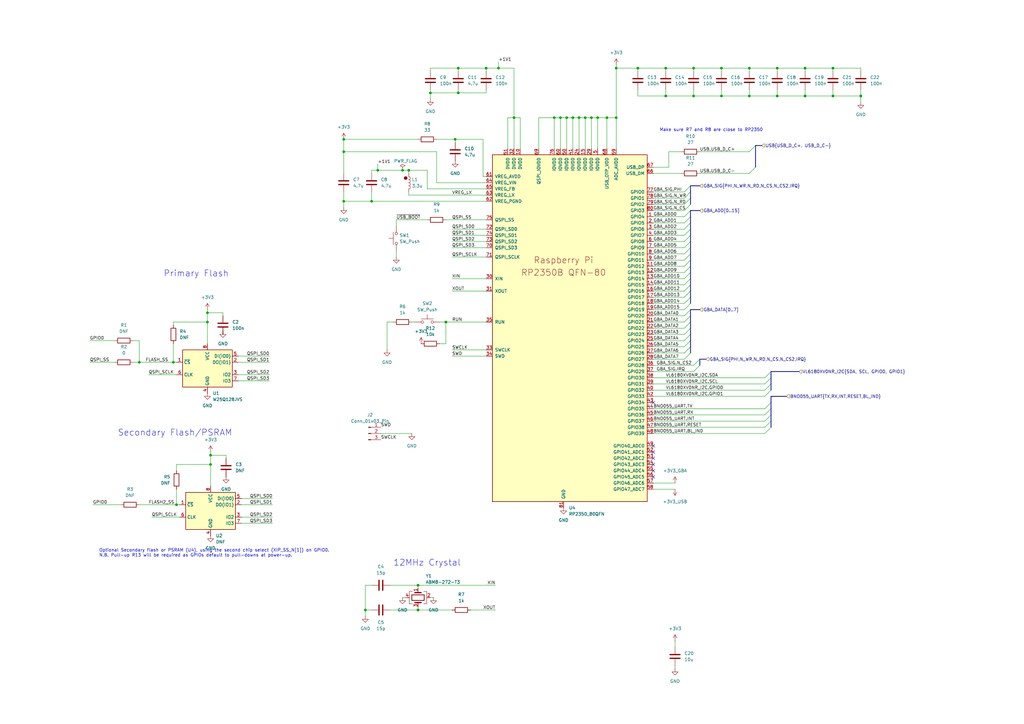
<source format=kicad_sch>
(kicad_sch (version 20250114) (generator "eeschema") (generator_version "9.0")
  (paper "A3")
  (circle (center 166.37 73.025) (radius 0.635) (stroke (width 0) (color 132 0 0 1)) (fill (type color) (color 132 0 0 1)))
  (text "Make sure R7 and R8 are close to RP2350\n" (at 270.51 54.102 0) (effects (font (size 1.27 1.27)) (justify left bottom)))
  (text "Primary Flash" (at 67.056 113.792 0) (effects (font (size 2.54 2.54)) (justify left bottom)))
  (text "12MHz Crystal" (at 161.29 232.41 0) (effects (font (size 2.54 2.54)) (justify left bottom)))
  (text "Secondary Flash/PSRAM" (at 48.26 179.07 0) (effects (font (size 2.54 2.54)) (justify left bottom)))
  (text "Optional Secondary flash or PSRAM (U4), using the second chip select (XIP_SS_N[1]) on GPIO0.\nN.B. Pull-up R13 will be required as GPIOs default to pull-downs at power-up." (at 40.64 228.6 0) (effects (font (size 1.27 1.27)) (justify left bottom)))
  (junction (at 237.49 48.26))
  (junction (at 318.77 27.94))
  (junction (at 295.91 39.37))
  (junction (at 330.2 27.94))
  (junction (at 199.39 27.94))
  (junction (at 86.36 190.5))
  (junction (at 176.53 38.1))
  (junction (at 140.97 57.15))
  (junction (at 140.97 82.55))
  (junction (at 227.33 48.26))
  (junction (at 353.06 39.37))
  (junction (at 341.63 27.94))
  (junction (at 252.73 27.94))
  (junction (at 252.73 48.26))
  (junction (at 152.4 82.55))
  (junction (at 171.45 250.19))
  (junction (at 85.09 132.08))
  (junction (at 273.05 27.94))
  (junction (at 307.34 39.37))
  (junction (at 284.48 39.37))
  (junction (at 240.03 48.26))
  (junction (at 242.57 48.26))
  (junction (at 186.69 57.15))
  (junction (at 273.05 39.37))
  (junction (at 182.88 132.08))
  (junction (at 248.92 48.26))
  (junction (at 204.47 27.94))
  (junction (at 154.94 69.85))
  (junction (at 307.34 27.94))
  (junction (at 187.96 38.1))
  (junction (at 187.96 27.94))
  (junction (at 245.11 48.26))
  (junction (at 341.63 39.37))
  (junction (at 210.82 48.26))
  (junction (at 284.48 27.94))
  (junction (at 85.09 128.27))
  (junction (at 232.41 48.26))
  (junction (at 86.36 186.69))
  (junction (at 167.64 69.85))
  (junction (at 261.62 27.94))
  (junction (at 71.12 148.59))
  (junction (at 72.39 207.01))
  (junction (at 229.87 48.26))
  (junction (at 295.91 27.94))
  (junction (at 165.1 69.85))
  (junction (at 234.95 48.26))
  (junction (at 149.86 250.19))
  (junction (at 171.45 240.03))
  (junction (at 140.97 62.23))
  (junction (at 57.15 148.59))
  (junction (at 318.77 39.37))
  (junction (at 330.2 39.37))
  (no_connect (at 267.97 185.42))
  (no_connect (at 267.97 195.58))
  (no_connect (at 267.97 190.5))
  (no_connect (at 267.97 187.96))
  (no_connect (at 267.97 182.88))
  (no_connect (at 267.97 165.1))
  (no_connect (at 267.97 193.04))
  (bus_entry (at 316.23 172.72) (size -2.54 2.54))
  (bus_entry (at 283.21 99.06) (size -2.54 2.54))
  (bus_entry (at 283.21 139.7) (size -2.54 2.54))
  (bus_entry (at 287.02 149.86) (size -2.54 2.54))
  (bus_entry (at 283.21 114.3) (size -2.54 2.54))
  (bus_entry (at 316.23 160.02) (size -2.54 2.54))
  (bus_entry (at 283.21 88.9) (size -2.54 2.54))
  (bus_entry (at 283.21 124.46) (size -2.54 2.54))
  (bus_entry (at 316.23 157.48) (size -2.54 2.54))
  (bus_entry (at 316.23 165.1) (size -2.54 2.54))
  (bus_entry (at 316.23 152.4) (size -2.54 2.54))
  (bus_entry (at 283.21 137.16) (size -2.54 2.54))
  (bus_entry (at 283.21 83.82) (size -2.54 2.54))
  (bus_entry (at 287.02 147.32) (size -2.54 2.54))
  (bus_entry (at 283.21 93.98) (size -2.54 2.54))
  (bus_entry (at 283.21 81.28) (size -2.54 2.54))
  (bus_entry (at 283.21 111.76) (size -2.54 2.54))
  (bus_entry (at 283.21 142.24) (size -2.54 2.54))
  (bus_entry (at 283.21 132.08) (size -2.54 2.54))
  (bus_entry (at 283.21 119.38) (size -2.54 2.54))
  (bus_entry (at 283.21 96.52) (size -2.54 2.54))
  (bus_entry (at 283.21 134.62) (size -2.54 2.54))
  (bus_entry (at 283.21 121.92) (size -2.54 2.54))
  (bus_entry (at 283.21 78.74) (size -2.54 2.54))
  (bus_entry (at 283.21 116.84) (size -2.54 2.54))
  (bus_entry (at 283.21 127) (size -2.54 2.54))
  (bus_entry (at 283.21 76.2) (size -2.54 2.54))
  (bus_entry (at 283.21 109.22) (size -2.54 2.54))
  (bus_entry (at 283.21 106.68) (size -2.54 2.54))
  (bus_entry (at 316.23 154.94) (size -2.54 2.54))
  (bus_entry (at 309.88 59.69) (size -2.54 2.54))
  (bus_entry (at 316.23 167.64) (size -2.54 2.54))
  (bus_entry (at 309.88 68.58) (size -2.54 2.54))
  (bus_entry (at 283.21 144.78) (size -2.54 2.54))
  (bus_entry (at 283.21 86.36) (size -2.54 2.54))
  (bus_entry (at 283.21 104.14) (size -2.54 2.54))
  (bus_entry (at 283.21 101.6) (size -2.54 2.54))
  (bus_entry (at 316.23 170.18) (size -2.54 2.54))
  (bus_entry (at 316.23 175.26) (size -2.54 2.54))
  (bus_entry (at 283.21 91.44) (size -2.54 2.54))
  (bus_entry (at 283.21 129.54) (size -2.54 2.54))
  (wire (pts (xy 152.4 69.85) (xy 152.4 71.12)))
  (wire (pts (xy 198.12 57.15) (xy 186.69 57.15)))
  (bus (pts (xy 283.21 86.36) (xy 283.21 88.9)))
  (wire (pts (xy 171.45 250.19) (xy 185.42 250.19)))
  (wire (pts (xy 140.97 62.23) (xy 140.97 71.12)))
  (wire (pts (xy 154.94 69.85) (xy 165.1 69.85)))
  (wire (pts (xy 267.97 127) (xy 280.67 127)))
  (wire (pts (xy 267.97 160.02) (xy 313.69 160.02)))
  (wire (pts (xy 267.97 121.92) (xy 280.67 121.92)))
  (wire (pts (xy 248.92 48.26) (xy 252.73 48.26)))
  (bus (pts (xy 283.21 116.84) (xy 283.21 119.38)))
  (wire (pts (xy 71.12 133.35) (xy 71.12 132.08)))
  (wire (pts (xy 267.97 96.52) (xy 280.67 96.52)))
  (wire (pts (xy 210.82 60.96) (xy 210.82 48.26)))
  (wire (pts (xy 182.88 140.97) (xy 182.88 132.08)))
  (wire (pts (xy 267.97 198.12) (xy 276.86 198.12)))
  (bus (pts (xy 283.21 139.7) (xy 283.21 142.24)))
  (wire (pts (xy 227.33 48.26) (xy 229.87 48.26)))
  (wire (pts (xy 71.12 148.59) (xy 72.39 148.59)))
  (bus (pts (xy 309.88 59.69) (xy 312.42 59.69)))
  (wire (pts (xy 176.53 38.1) (xy 176.53 40.64)))
  (wire (pts (xy 267.97 83.82) (xy 280.67 83.82)))
  (wire (pts (xy 267.97 91.44) (xy 280.67 91.44)))
  (wire (pts (xy 91.44 129.54) (xy 91.44 128.27)))
  (wire (pts (xy 57.15 148.59) (xy 71.12 148.59)))
  (wire (pts (xy 92.71 186.69) (xy 86.36 186.69)))
  (wire (pts (xy 167.64 80.01) (xy 167.64 78.74)))
  (wire (pts (xy 353.06 39.37) (xy 353.06 41.91)))
  (wire (pts (xy 307.34 62.23) (xy 287.02 62.23)))
  (wire (pts (xy 248.92 60.96) (xy 248.92 48.26)))
  (wire (pts (xy 234.95 60.96) (xy 234.95 48.26)))
  (wire (pts (xy 91.44 128.27) (xy 85.09 128.27)))
  (wire (pts (xy 341.63 27.94) (xy 353.06 27.94)))
  (wire (pts (xy 36.83 139.7) (xy 46.99 139.7)))
  (wire (pts (xy 204.47 25.4) (xy 204.47 27.94)))
  (wire (pts (xy 267.97 144.78) (xy 280.67 144.78)))
  (wire (pts (xy 267.97 109.22) (xy 280.67 109.22)))
  (wire (pts (xy 227.33 60.96) (xy 227.33 48.26)))
  (wire (pts (xy 156.21 177.8) (xy 168.91 177.8)))
  (wire (pts (xy 267.97 101.6) (xy 280.67 101.6)))
  (wire (pts (xy 54.61 148.59) (xy 57.15 148.59)))
  (wire (pts (xy 60.96 153.67) (xy 72.39 153.67)))
  (wire (pts (xy 86.36 186.69) (xy 86.36 190.5)))
  (wire (pts (xy 185.42 101.6) (xy 199.39 101.6)))
  (wire (pts (xy 176.53 245.11) (xy 177.8 245.11)))
  (wire (pts (xy 85.09 127) (xy 85.09 128.27)))
  (wire (pts (xy 307.34 29.21) (xy 307.34 27.94)))
  (wire (pts (xy 341.63 36.83) (xy 341.63 39.37)))
  (wire (pts (xy 168.91 132.08) (xy 170.18 132.08)))
  (wire (pts (xy 152.4 78.74) (xy 152.4 82.55)))
  (wire (pts (xy 267.97 114.3) (xy 280.67 114.3)))
  (wire (pts (xy 240.03 48.26) (xy 242.57 48.26)))
  (wire (pts (xy 234.95 48.26) (xy 237.49 48.26)))
  (wire (pts (xy 171.45 240.03) (xy 203.2 240.03)))
  (wire (pts (xy 187.96 36.83) (xy 187.96 38.1)))
  (wire (pts (xy 273.05 27.94) (xy 284.48 27.94)))
  (wire (pts (xy 97.79 148.59) (xy 110.49 148.59)))
  (bus (pts (xy 316.23 170.18) (xy 316.23 172.72)))
  (wire (pts (xy 176.53 38.1) (xy 187.96 38.1)))
  (wire (pts (xy 210.82 48.26) (xy 208.28 48.26)))
  (wire (pts (xy 182.88 132.08) (xy 199.39 132.08)))
  (wire (pts (xy 273.05 29.21) (xy 273.05 27.94)))
  (wire (pts (xy 267.97 129.54) (xy 280.67 129.54)))
  (wire (pts (xy 176.53 29.21) (xy 176.53 27.94)))
  (wire (pts (xy 267.97 154.94) (xy 313.69 154.94)))
  (wire (pts (xy 261.62 27.94) (xy 273.05 27.94)))
  (wire (pts (xy 180.34 132.08) (xy 182.88 132.08)))
  (wire (pts (xy 318.77 39.37) (xy 307.34 39.37)))
  (wire (pts (xy 252.73 27.94) (xy 252.73 48.26)))
  (bus (pts (xy 283.21 76.2) (xy 283.21 78.74)))
  (wire (pts (xy 210.82 27.94) (xy 210.82 48.26)))
  (wire (pts (xy 267.97 81.28) (xy 280.67 81.28)))
  (wire (pts (xy 274.32 62.23) (xy 274.32 68.58)))
  (wire (pts (xy 284.48 36.83) (xy 284.48 39.37)))
  (wire (pts (xy 267.97 116.84) (xy 280.67 116.84)))
  (wire (pts (xy 185.42 93.98) (xy 199.39 93.98)))
  (wire (pts (xy 267.97 200.66) (xy 276.86 200.66)))
  (bus (pts (xy 283.21 106.68) (xy 283.21 109.22)))
  (bus (pts (xy 283.21 134.62) (xy 283.21 137.16)))
  (wire (pts (xy 276.86 262.89) (xy 276.86 265.43)))
  (wire (pts (xy 152.4 82.55) (xy 199.39 82.55)))
  (wire (pts (xy 267.97 132.08) (xy 280.67 132.08)))
  (wire (pts (xy 284.48 152.4) (xy 267.97 152.4)))
  (bus (pts (xy 327.66 152.4) (xy 316.23 152.4)))
  (wire (pts (xy 267.97 78.74) (xy 280.67 78.74)))
  (wire (pts (xy 267.97 86.36) (xy 280.67 86.36)))
  (wire (pts (xy 152.4 69.85) (xy 154.94 69.85)))
  (wire (pts (xy 273.05 39.37) (xy 261.62 39.37)))
  (bus (pts (xy 283.21 109.22) (xy 283.21 111.76)))
  (bus (pts (xy 283.21 81.28) (xy 283.21 83.82)))
  (wire (pts (xy 57.15 139.7) (xy 57.15 148.59)))
  (wire (pts (xy 267.97 175.26) (xy 313.69 175.26)))
  (wire (pts (xy 199.39 146.05) (xy 185.42 146.05)))
  (wire (pts (xy 307.34 36.83) (xy 307.34 39.37)))
  (wire (pts (xy 175.26 77.47) (xy 175.26 69.85)))
  (bus (pts (xy 287.02 86.36) (xy 283.21 86.36)))
  (wire (pts (xy 267.97 124.46) (xy 280.67 124.46)))
  (wire (pts (xy 140.97 82.55) (xy 152.4 82.55)))
  (wire (pts (xy 99.06 212.09) (xy 111.76 212.09)))
  (bus (pts (xy 283.21 121.92) (xy 283.21 124.46)))
  (wire (pts (xy 295.91 36.83) (xy 295.91 39.37)))
  (wire (pts (xy 267.97 119.38) (xy 280.67 119.38)))
  (wire (pts (xy 267.97 157.48) (xy 313.69 157.48)))
  (bus (pts (xy 316.23 167.64) (xy 316.23 170.18)))
  (wire (pts (xy 252.73 27.94) (xy 261.62 27.94)))
  (wire (pts (xy 162.56 90.17) (xy 162.56 92.71)))
  (wire (pts (xy 267.97 134.62) (xy 280.67 134.62)))
  (wire (pts (xy 267.97 172.72) (xy 313.69 172.72)))
  (wire (pts (xy 186.69 57.15) (xy 186.69 58.42)))
  (wire (pts (xy 72.39 207.01) (xy 73.66 207.01)))
  (wire (pts (xy 97.79 153.67) (xy 110.49 153.67)))
  (bus (pts (xy 283.21 96.52) (xy 283.21 99.06)))
  (wire (pts (xy 220.98 60.96) (xy 220.98 48.26)))
  (wire (pts (xy 85.09 132.08) (xy 85.09 140.97)))
  (wire (pts (xy 99.06 207.01) (xy 111.76 207.01)))
  (bus (pts (xy 283.21 99.06) (xy 283.21 101.6)))
  (wire (pts (xy 167.64 80.01) (xy 199.39 80.01)))
  (wire (pts (xy 167.64 69.85) (xy 167.64 71.12)))
  (wire (pts (xy 208.28 48.26) (xy 208.28 60.96)))
  (wire (pts (xy 162.56 102.87) (xy 162.56 105.41)))
  (wire (pts (xy 267.97 68.58) (xy 274.32 68.58)))
  (bus (pts (xy 283.21 91.44) (xy 283.21 93.98)))
  (wire (pts (xy 232.41 48.26) (xy 234.95 48.26)))
  (wire (pts (xy 252.73 48.26) (xy 252.73 60.96)))
  (wire (pts (xy 182.88 90.17) (xy 199.39 90.17)))
  (wire (pts (xy 199.39 119.38) (xy 185.42 119.38)))
  (wire (pts (xy 149.86 250.19) (xy 149.86 252.73)))
  (wire (pts (xy 267.97 147.32) (xy 280.67 147.32)))
  (wire (pts (xy 242.57 48.26) (xy 245.11 48.26)))
  (wire (pts (xy 185.42 114.3) (xy 199.39 114.3)))
  (wire (pts (xy 179.07 74.93) (xy 199.39 74.93)))
  (wire (pts (xy 330.2 39.37) (xy 318.77 39.37)))
  (wire (pts (xy 330.2 27.94) (xy 341.63 27.94)))
  (wire (pts (xy 273.05 36.83) (xy 273.05 39.37)))
  (wire (pts (xy 213.36 48.26) (xy 213.36 60.96)))
  (bus (pts (xy 316.23 152.4) (xy 316.23 154.94)))
  (bus (pts (xy 283.21 114.3) (xy 283.21 116.84)))
  (wire (pts (xy 267.97 137.16) (xy 280.67 137.16)))
  (wire (pts (xy 97.79 156.21) (xy 110.49 156.21)))
  (wire (pts (xy 198.12 57.15) (xy 198.12 72.39)))
  (wire (pts (xy 72.39 190.5) (xy 86.36 190.5)))
  (wire (pts (xy 92.71 187.96) (xy 92.71 186.69)))
  (wire (pts (xy 72.39 193.04) (xy 72.39 190.5)))
  (wire (pts (xy 267.97 170.18) (xy 313.69 170.18)))
  (wire (pts (xy 199.39 77.47) (xy 175.26 77.47)))
  (wire (pts (xy 276.86 273.05) (xy 276.86 274.32)))
  (wire (pts (xy 307.34 27.94) (xy 318.77 27.94)))
  (wire (pts (xy 38.1 207.01) (xy 49.53 207.01)))
  (wire (pts (xy 198.12 72.39) (xy 199.39 72.39)))
  (wire (pts (xy 176.53 27.94) (xy 187.96 27.94)))
  (wire (pts (xy 180.34 140.97) (xy 182.88 140.97)))
  (bus (pts (xy 283.21 129.54) (xy 283.21 132.08)))
  (wire (pts (xy 175.26 90.17) (xy 162.56 90.17)))
  (wire (pts (xy 318.77 29.21) (xy 318.77 27.94)))
  (wire (pts (xy 199.39 143.51) (xy 185.42 143.51)))
  (bus (pts (xy 287.02 76.2) (xy 283.21 76.2)))
  (wire (pts (xy 165.1 245.11) (xy 166.37 245.11)))
  (wire (pts (xy 149.86 240.03) (xy 149.86 250.19)))
  (wire (pts (xy 284.48 29.21) (xy 284.48 27.94)))
  (wire (pts (xy 160.02 250.19) (xy 171.45 250.19)))
  (wire (pts (xy 353.06 29.21) (xy 353.06 27.94)))
  (wire (pts (xy 154.94 67.31) (xy 154.94 69.85)))
  (wire (pts (xy 165.1 69.85) (xy 167.64 69.85)))
  (wire (pts (xy 267.97 88.9) (xy 280.67 88.9)))
  (bus (pts (xy 283.21 88.9) (xy 283.21 91.44)))
  (wire (pts (xy 267.97 142.24) (xy 280.67 142.24)))
  (wire (pts (xy 199.39 27.94) (xy 204.47 27.94)))
  (wire (pts (xy 57.15 207.01) (xy 72.39 207.01)))
  (wire (pts (xy 240.03 48.26) (xy 240.03 60.96)))
  (wire (pts (xy 267.97 162.56) (xy 313.69 162.56)))
  (wire (pts (xy 267.97 167.64) (xy 313.69 167.64)))
  (bus (pts (xy 287.02 147.32) (xy 289.56 147.32)))
  (wire (pts (xy 71.12 140.97) (xy 71.12 148.59)))
  (wire (pts (xy 171.45 241.3) (xy 171.45 240.03)))
  (wire (pts (xy 176.53 36.83) (xy 176.53 38.1)))
  (wire (pts (xy 86.36 185.42) (xy 86.36 186.69)))
  (wire (pts (xy 85.09 128.27) (xy 85.09 132.08)))
  (bus (pts (xy 309.88 59.69) (xy 309.88 68.58)))
  (wire (pts (xy 185.42 96.52) (xy 199.39 96.52)))
  (wire (pts (xy 261.62 29.21) (xy 261.62 27.94)))
  (wire (pts (xy 229.87 60.96) (xy 229.87 48.26)))
  (wire (pts (xy 175.26 69.85) (xy 167.64 69.85)))
  (wire (pts (xy 330.2 29.21) (xy 330.2 27.94)))
  (bus (pts (xy 316.23 157.48) (xy 316.23 160.02)))
  (wire (pts (xy 295.91 29.21) (xy 295.91 27.94)))
  (wire (pts (xy 353.06 39.37) (xy 341.63 39.37)))
  (wire (pts (xy 284.48 39.37) (xy 273.05 39.37)))
  (wire (pts (xy 237.49 60.96) (xy 237.49 48.26)))
  (wire (pts (xy 152.4 250.19) (xy 149.86 250.19)))
  (wire (pts (xy 72.39 200.66) (xy 72.39 207.01)))
  (bus (pts (xy 316.23 165.1) (xy 316.23 167.64)))
  (wire (pts (xy 229.87 48.26) (xy 232.41 48.26)))
  (wire (pts (xy 318.77 27.94) (xy 330.2 27.94)))
  (wire (pts (xy 204.47 27.94) (xy 210.82 27.94)))
  (bus (pts (xy 283.21 142.24) (xy 283.21 144.78)))
  (bus (pts (xy 283.21 111.76) (xy 283.21 114.3)))
  (wire (pts (xy 171.45 248.92) (xy 171.45 250.19)))
  (wire (pts (xy 274.32 62.23) (xy 279.4 62.23)))
  (wire (pts (xy 252.73 26.67) (xy 252.73 27.94)))
  (wire (pts (xy 295.91 27.94) (xy 307.34 27.94)))
  (wire (pts (xy 245.11 48.26) (xy 248.92 48.26)))
  (wire (pts (xy 140.97 62.23) (xy 179.07 62.23)))
  (wire (pts (xy 179.07 62.23) (xy 179.07 74.93)))
  (wire (pts (xy 267.97 106.68) (xy 280.67 106.68)))
  (wire (pts (xy 341.63 29.21) (xy 341.63 27.94)))
  (wire (pts (xy 232.41 60.96) (xy 232.41 48.26)))
  (wire (pts (xy 267.97 139.7) (xy 280.67 139.7)))
  (wire (pts (xy 237.49 48.26) (xy 240.03 48.26)))
  (wire (pts (xy 330.2 36.83) (xy 330.2 39.37)))
  (wire (pts (xy 341.63 39.37) (xy 330.2 39.37)))
  (bus (pts (xy 283.21 137.16) (xy 283.21 139.7)))
  (wire (pts (xy 307.34 39.37) (xy 295.91 39.37)))
  (wire (pts (xy 267.97 104.14) (xy 280.67 104.14)))
  (bus (pts (xy 316.23 162.56) (xy 316.23 165.1)))
  (wire (pts (xy 210.82 48.26) (xy 213.36 48.26)))
  (wire (pts (xy 86.36 190.5) (xy 86.36 199.39)))
  (wire (pts (xy 284.48 149.86) (xy 267.97 149.86)))
  (wire (pts (xy 187.96 29.21) (xy 187.96 27.94)))
  (wire (pts (xy 140.97 78.74) (xy 140.97 82.55)))
  (wire (pts (xy 267.97 71.12) (xy 279.4 71.12)))
  (wire (pts (xy 140.97 82.55) (xy 140.97 85.09)))
  (wire (pts (xy 158.75 132.08) (xy 158.75 143.51)))
  (wire (pts (xy 245.11 48.26) (xy 245.11 60.96)))
  (bus (pts (xy 316.23 154.94) (xy 316.23 157.48)))
  (wire (pts (xy 99.06 214.63) (xy 111.76 214.63)))
  (wire (pts (xy 54.61 139.7) (xy 57.15 139.7)))
  (wire (pts (xy 242.57 60.96) (xy 242.57 48.26)))
  (wire (pts (xy 62.23 212.09) (xy 73.66 212.09)))
  (wire (pts (xy 261.62 36.83) (xy 261.62 39.37)))
  (wire (pts (xy 193.04 250.19) (xy 203.2 250.19)))
  (wire (pts (xy 295.91 39.37) (xy 284.48 39.37)))
  (wire (pts (xy 160.02 240.03) (xy 171.45 240.03)))
  (wire (pts (xy 187.96 27.94) (xy 199.39 27.94)))
  (bus (pts (xy 283.21 93.98) (xy 283.21 96.52)))
  (wire (pts (xy 199.39 105.41) (xy 185.42 105.41)))
  (wire (pts (xy 97.79 146.05) (xy 110.49 146.05)))
  (wire (pts (xy 284.48 27.94) (xy 295.91 27.94)))
  (bus (pts (xy 283.21 119.38) (xy 283.21 121.92)))
  (bus (pts (xy 287.02 147.32) (xy 287.02 149.86)))
  (wire (pts (xy 267.97 99.06) (xy 280.67 99.06)))
  (wire (pts (xy 91.44 137.16) (xy 91.44 135.89)))
  (wire (pts (xy 140.97 57.15) (xy 171.45 57.15)))
  (wire (pts (xy 161.29 132.08) (xy 158.75 132.08)))
  (bus (pts (xy 283.21 78.74) (xy 283.21 81.28)))
  (wire (pts (xy 220.98 48.26) (xy 227.33 48.26)))
  (bus (pts (xy 283.21 132.08) (xy 283.21 134.62)))
  (bus (pts (xy 283.21 101.6) (xy 283.21 104.14)))
  (bus (pts (xy 283.21 104.14) (xy 283.21 106.68)))
  (wire (pts (xy 353.06 36.83) (xy 353.06 39.37)))
  (wire (pts (xy 318.77 36.83) (xy 318.77 39.37)))
  (wire (pts (xy 267.97 93.98) (xy 280.67 93.98)))
  (wire (pts (xy 313.69 177.8) (xy 267.97 177.8)))
  (wire (pts (xy 185.42 99.06) (xy 199.39 99.06)))
  (bus (pts (xy 316.23 172.72) (xy 316.23 175.26)))
  (wire (pts (xy 199.39 38.1) (xy 199.39 36.83)))
  (wire (pts (xy 179.07 57.15) (xy 186.69 57.15)))
  (bus (pts (xy 316.23 162.56) (xy 322.58 162.56)))
  (wire (pts (xy 187.96 38.1) (xy 199.39 38.1)))
  (wire (pts (xy 307.34 71.12) (xy 287.02 71.12)))
  (wire (pts (xy 267.97 111.76) (xy 280.67 111.76)))
  (wire (pts (xy 140.97 57.15) (xy 140.97 62.23)))
  (wire (pts (xy 71.12 132.08) (xy 85.09 132.08)))
  (wire (pts (xy 152.4 240.03) (xy 149.86 240.03)))
  (bus (pts (xy 283.21 127) (xy 283.21 129.54)))
  (wire (pts (xy 199.39 29.21) (xy 199.39 27.94)))
  (wire (pts (xy 99.06 204.47) (xy 111.76 204.47)))
  (wire (pts (xy 36.83 148.59) (xy 46.99 148.59)))
  (bus (pts (xy 287.02 127) (xy 283.21 127)))
  (label "QSPI_SD0" (at 185.42 93.98 0))
  (label "QSPI_SD2" (at 185.42 99.06 0))
  (label "XIN" (at 185.42 114.3 0))
  (label "QSPI_SS" (at 36.83 148.59 0))
  (label "QSPI_SCLK" (at 185.42 105.41 0))
  (label "RUN" (at 185.42 132.08 0))
  (label "QSPI_SD2" (at 111.76 212.09 180))
  (label "GBA_ADD0" (at 267.97 88.9 0))
  (label "VL6180XV0NR_I2C.GPIO1" (at 273.05 162.56 0))
  (label "GPIO0" (at 36.83 139.7 0))
  (label "USB.USB_D_C+" (at 287.02 62.23 0))
  (label "QSPI_SD3" (at 185.42 101.6 0))
  (label "QSPI_SD1" (at 110.49 148.59 180))
  (label "SWCLK" (at 185.42 143.51 0))
  (label "GBA_ADD12" (at 267.97 119.38 0))
  (label "GBA_SIG.N_RD" (at 267.97 83.82 0))
  (label "+1V1" (at 154.94 67.31 0))
  (label "QSPI_SCLK" (at 60.96 153.67 0))
  (label "VREG_LX" (at 185.42 80.01 0))
  (label "GBA_SIG.N_CS2" (at 269.24 149.86 0))
  (label "GBA_DATA1" (at 267.97 132.08 0))
  (label "+1V1" (at 204.47 25.4 0))
  (label "QSPI_SS" (at 185.42 90.17 0))
  (label "QSPI_SD3" (at 110.49 156.21 180))
  (label "GBA_ADD14" (at 267.97 124.46 0))
  (label "GBA_ADD2" (at 267.97 93.98 0))
  (label "GBA_SIG.N_CS" (at 267.97 86.36 0))
  (label "BNO055_UART.TX" (at 267.97 167.64 0))
  (label "GBA_ADD4" (at 267.97 99.06 0))
  (label "BNO055_UART.RESET" (at 267.97 175.26 0))
  (label "GBA_DATA7" (at 267.97 147.32 0))
  (label "USB.USB_D_C-" (at 287.02 71.12 0))
  (label "GBA_DATA5" (at 267.97 142.24 0))
  (label "GBA_SIG.IRQ" (at 269.24 152.4 0))
  (label "GBA_DATA6" (at 267.97 144.78 0))
  (label "BNO055_UART.BL_IND" (at 267.97 177.8 0))
  (label "GBA_ADD10" (at 267.97 114.3 0))
  (label "VL6180XV0NR_I2C.SCL" (at 273.05 157.48 0))
  (label "QSPI_SD3" (at 111.76 214.63 180))
  (label "GBA_ADD13" (at 267.97 121.92 0))
  (label "XOUT" (at 185.42 119.38 0))
  (label "~{USB_BOOT}" (at 162.56 90.17 0))
  (label "GBA_ADD1" (at 267.97 91.44 0))
  (label "QSPI_SD0" (at 110.49 146.05 180))
  (label "GPIO0" (at 38.1 207.01 0))
  (label "QSPI_SD0" (at 111.76 204.47 180))
  (label "BNO055_UART.INT" (at 267.97 172.72 0))
  (label "QSPI_SD2" (at 110.49 153.67 180))
  (label "SWD" (at 185.42 146.05 0))
  (label "GBA_ADD7" (at 267.97 106.68 0))
  (label "GBA_SIG.N_WR" (at 267.97 81.28 0))
  (label "FLASH_SS" (at 59.69 148.59 0))
  (label "GBA_ADD8" (at 267.97 109.22 0))
  (label "GBA_ADD11" (at 267.97 116.84 0))
  (label "SWCLK" (at 156.21 180.34 0))
  (label "XIN" (at 203.2 240.03 180))
  (label "QSPI_SD1" (at 111.76 207.01 180))
  (label "QSPI_SCLK" (at 62.23 212.09 0))
  (label "FLASH2_SS" (at 60.96 207.01 0))
  (label "GBA_ADD5" (at 267.97 101.6 0))
  (label "GBA_DATA3" (at 267.97 137.16 0))
  (label "GBA_DATA4" (at 267.97 139.7 0))
  (label "VL6180XV0NR_I2C.SDA" (at 273.05 154.94 0))
  (label "XOUT" (at 203.2 250.19 180))
  (label "GBA_ADD3" (at 267.97 96.52 0))
  (label "GBA_SIG.PHI" (at 267.97 78.74 0))
  (label "GBA_DATA2" (at 267.97 134.62 0))
  (label "GBA_DATA0" (at 267.97 129.54 0))
  (label "QSPI_SD1" (at 185.42 96.52 0))
  (label "GBA_ADD15" (at 267.97 127 0))
  (label "SWD" (at 156.21 175.26 0))
  (label "VL6180XV0NR_I2C.GPIO0" (at 273.05 160.02 0))
  (label "GBA_ADD9" (at 267.97 111.76 0))
  (label "BNO055_UART.RX" (at 267.97 170.18 0))
  (label "GBA_ADD6" (at 267.97 104.14 0))
  (hierarchical_label "GBA_DATA[0..7]" (shape input) (at 287.02 127 0))
  (hierarchical_label "GBA_ADD[0..15]" (shape input) (at 287.02 86.36 0))
  (hierarchical_label "GBA_SIG{PHI,N_WR,N_RD,N_CS,N_CS2,IRQ}" (shape input) (at 287.02 76.2 0))
  (hierarchical_label "USB{USB_D_C+, USB_D_C-}" (shape input) (at 312.42 59.69 0))
  (hierarchical_label "GBA_SIG{PHI,N_WR,N_RD,N_CS,N_CS2,IRQ}" (shape input) (at 289.56 147.32 0))
  (hierarchical_label "BNO055_UART{TX,RX,INT,RESET,BL_IND}" (shape input) (at 322.58 162.56 0))
  (hierarchical_label "VL6180XV0NR_I2C{SDA, SCL, GPIO0, GPIO1}" (shape input) (at 327.66 152.4 0))
  (symbol (lib_id "Device:R") (at 165.1 132.08 270) (unit 1)
    (property "Reference" "R6" (at 165.1 125.73 90))
    (property "Value" "1k" (at 165.1 128.27 90))
    (property "Footprint" "Resistor_SMD:R_0402_1005Metric" (effects (hide yes)))
  )
  (symbol (lib_id "Device:C") (at 156.21 250.19 270) (unit 1)
    (property "Reference" "C5" (at 156.21 255.27 90))
    (property "Value" "15p" (at 156.21 257.81 90))
    (property "Footprint" "Capacitor_SMD:C_0402_1005Metric" (effects (hide yes)))
  )
  (symbol (lib_id "Device:R") (at 175.26 57.15 90) (unit 1)
    (property "Reference" "R8" (at 175.26 50.8 90))
    (property "Value" "33" (at 175.26 53.34 90))
    (property "Footprint" "Resistor_SMD:R_0402_1005Metric" (effects (hide yes)))
  )
  (symbol (lib_id "Device:R") (at 189.23 250.19 270) (unit 1)
    (property "Reference" "R7" (at 189.23 243.84 90))
    (property "Value" "1k" (at 189.23 246.38 90))
    (property "Footprint" "Resistor_SMD:R_0402_1005Metric" (effects (hide yes)))
  )
  (symbol (lib_id "Device:C") (at 353.06 33.02 0) (unit 1)
    (property "Reference" "C22" (at 356.87 31.7499 0) (effects (justify left)))
    (property "Value" "100n" (at 356.87 34.2899 0) (effects (justify left)))
    (property "Footprint" "Capacitor_SMD:C_0402_1005Metric" (effects (hide yes)))
  )
  (symbol (lib_name "+3V3_5") (lib_id "power:+3V3") (at 276.86 200.66 180) (unit 1)
    (property "Reference" "#PWR024" (effects (hide yes)))
    (property "Value" "+3V3_USB" (at 276.86 205.74 0))
    (property "Description" "Power symbol creates a global label with name \"+3V3\"" (effects (hide yes)))
  )
  (symbol (lib_id "Device:C") (at 140.97 74.93 0) (unit 1)
    (property "Reference" "C7" (at 144.78 73.6599 0) (effects (justify left)))
    (property "Value" "4.7u" (at 144.78 76.1999 0) (effects (justify left)))
    (property "Footprint" "RP2350_80QFN_minimal:C_0402_1005Metric_small_pads" (effects (hide yes)))
  )
  (symbol (lib_id "Device:C") (at 276.86 269.24 0) (unit 1)
    (property "Reference" "C20" (at 280.67 267.9699 0) (effects (justify left)))
    (property "Value" "10u" (at 280.67 270.5099 0) (effects (justify left)))
    (property "Footprint" "Capacitor_SMD:C_0805_2012Metric" (effects (hide yes)))
  )
  (symbol (lib_id "Device:C") (at 186.69 62.23 0) (unit 1)
    (property "Reference" "C10" (at 190.5 60.9599 0) (effects (justify left)))
    (property "Value" "4.7u" (at 190.5 63.4999 0) (effects (justify left)))
    (property "Footprint" "Capacitor_SMD:C_0402_1005Metric" (effects (hide yes)))
  )
  (symbol (lib_id "Device:C") (at 199.39 33.02 0) (unit 1)
    (property "Reference" "C12" (at 203.2 31.7499 0) (effects (justify left)))
    (property "Value" "100n" (at 203.2 34.2899 0) (effects (justify left)))
    (property "Footprint" "Capacitor_SMD:C_0402_1005Metric" (effects (hide yes)))
  )
  (symbol (lib_id "Device:R") (at 179.07 90.17 270) (unit 1)
    (property "Reference" "R9" (at 179.07 83.82 90))
    (property "Value" "1k" (at 179.07 86.36 90))
    (property "Footprint" "Resistor_SMD:R_0402_1005Metric" (effects (hide yes)))
  )
  (symbol (lib_id "Device:C") (at 152.4 74.93 0) (unit 1)
    (property "Reference" "C8" (at 156.21 73.6599 0) (effects (justify left)))
    (property "Value" "4.7u" (at 156.21 76.1999 0) (effects (justify left)))
    (property "Footprint" "RP2350_80QFN_minimal:C_0402_1005Metric_small_pads" (effects (hide yes)))
  )
  (symbol (lib_id "Device:C") (at 156.21 240.03 270) (unit 1)
    (property "Reference" "C4" (at 156.21 232.41 90))
    (property "Value" "15p" (at 156.21 234.95 90))
    (property "Footprint" "Capacitor_SMD:C_0402_1005Metric" (effects (hide yes)))
  )
  (symbol (lib_id "Device:R") (at 176.53 140.97 270) (unit 1)
    (property "Reference" "R12" (at 176.53 134.62 90))
    (property "Value" "10k" (at 176.53 137.16 90))
    (property "Footprint" "Resistor_SMD:R_0402_1005Metric" (effects (hide yes)))
  )
  (symbol (lib_name "+3V3_5") (lib_id "power:+3V3") (at 276.86 262.89 0) (unit 1)
    (property "Reference" "#PWR016" (effects (hide yes)))
    (property "Value" "+3V3" (at 276.86 257.81 0))
    (property "Description" "Power symbol creates a global label with name \"+3V3\"" (effects (hide yes)))
  )
  (symbol (lib_id "Switch:SW_Push") (at 162.56 97.79 90) (unit 1)
    (property "Reference" "SW1" (at 163.83 96.5199 90) (effects (justify right)))
    (property "Value" "SW_Push" (at 163.83 99.0599 90) (effects (justify right)))
    (property "Footprint" "Button_Switch_SMD:SW_Push_1P1T_NO_Vertical_Wuerth_434133025816" (effects (hide yes)))
  )
  (symbol (lib_id "Memory_Flash:W25Q128JVS") (at 86.36 209.55 0) (unit 1)
    (property "Reference" "U2" (at 88.5033 219.71 0) (effects (justify left)))
    (property "Value" "DNF" (at 88.5033 222.25 0) (effects (justify left)))
    (property "Footprint" "Package_SO:SOIC-8_5.3x5.3mm_P1.27mm" (effects (hide yes)))
    (property "Datasheet" "http://www.winbond.com/resource-files/w25q128jv_dtr%20revc%2003272018%20plus.pdf" (effects (hide yes)))
  )
  (symbol (lib_id "Device:C") (at 273.05 33.02 0) (unit 1)
    (property "Reference" "C14" (at 276.86 31.7499 0) (effects (justify left)))
    (property "Value" "100n" (at 276.86 34.2899 0) (effects (justify left)))
    (property "Footprint" "Capacitor_SMD:C_0402_1005Metric" (effects (hide yes)))
  )
  (symbol (lib_name "+3V3_2") (lib_id "power:+3V3") (at 85.09 127 0) (unit 1)
    (property "Reference" "#PWR068" (effects (hide yes)))
    (property "Value" "+3V3" (at 85.09 121.92 0))
    (property "Description" "Power symbol creates a global label with name \"+3V3\"" (effects (hide yes)))
  )
  (symbol (lib_name "GND_16") (lib_id "power:GND") (at 231.14 208.28 0) (unit 1)
    (property "Reference" "#PWR031" (effects (hide yes)))
    (property "Value" "GND" (at 231.14 213.36 0))
    (property "Description" "Power symbol creates a global label with name \"GND\" , ground" (effects (hide yes)))
  )
  (symbol (lib_name "GND_1") (lib_id "power:GND") (at 92.71 195.58 0) (unit 1)
    (property "Reference" "#PWR09" (effects (hide yes)))
    (property "Value" "GND" (at 92.71 200.66 0))
    (property "Description" "Power symbol creates a global label with name \"GND\" , ground" (effects (hide yes)))
  )
  (symbol (lib_name "GND_7") (lib_id "power:GND") (at 353.06 41.91 0) (unit 1)
    (property "Reference" "#PWR074" (effects (hide yes)))
    (property "Value" "GND" (at 353.06 46.99 0))
    (property "Description" "Power symbol creates a global label with name \"GND\" , ground" (effects (hide yes)))
  )
  (symbol (lib_id "MCU_RaspberryPi_RP2350:RP2350_80QFN") (at 231.14 111.76 0) (unit 1)
    (property "Reference" "U4" (at 233.2833 208.28 0) (effects (justify left)))
    (property "Value" "RP2350_80QFN" (at 233.2833 210.82 0) (effects (justify left)))
    (property "Footprint" "RP2350_80QFN_minimal:RP2350-QFN-80-1EP_10x10_P0.4mm_EP3.4x3.4mm_ThermalVias" (effects (hide yes)))
  )
  (symbol (lib_name "+3V3_4") (lib_id "power:+3V3") (at 276.86 198.12 0) (unit 1)
    (property "Reference" "#PWR035" (effects (hide yes)))
    (property "Value" "+3V3_GBA" (at 276.86 193.04 0))
    (property "Description" "Power symbol creates a global label with name \"+3V3\"" (effects (hide yes)))
  )
  (symbol (lib_id "Device:C") (at 330.2 33.02 0) (unit 1)
    (property "Reference" "C19" (at 334.01 31.7499 0) (effects (justify left)))
    (property "Value" "100n" (at 334.01 34.2899 0) (effects (justify left)))
    (property "Footprint" "Capacitor_SMD:C_0402_1005Metric" (effects (hide yes)))
  )
  (symbol (lib_name "+3V3_1") (lib_id "power:+3V3") (at 140.97 57.15 0) (unit 1)
    (property "Reference" "#PWR06" (effects (hide yes)))
    (property "Value" "+3V3" (at 140.97 52.07 0))
    (property "Description" "Power symbol creates a global label with name \"+3V3\"" (effects (hide yes)))
  )
  (symbol (lib_id "Device:Crystal_GND24") (at 171.45 245.11 270) (unit 1)
    (property "Reference" "Y1" (at 174.5681 236.22 90) (effects (justify left)))
    (property "Value" "ABM8-272-T3" (at 174.5681 238.76 90) (effects (justify left)))
    (property "Footprint" "Crystal:Crystal_SMD_3225-4Pin_3.2x2.5mm" (effects (hide yes)))
  )
  (symbol (lib_name "GND_9") (lib_id "power:GND") (at 162.56 105.41 0) (unit 1)
    (property "Reference" "#PWR076" (effects (hide yes)))
    (property "Value" "GND" (at 162.56 110.49 0))
    (property "Description" "Power symbol creates a global label with name \"GND\" , ground" (effects (hide yes)))
  )
  (symbol (lib_name "GND_13") (lib_id "power:GND") (at 149.86 252.73 0) (unit 1)
    (property "Reference" "#PWR020" (effects (hide yes)))
    (property "Value" "GND" (at 149.86 257.81 0))
    (property "Description" "Power symbol creates a global label with name \"GND\" , ground" (effects (hide yes)))
  )
  (symbol (lib_name "GND_2") (lib_id "power:GND") (at 85.09 161.29 0) (unit 1)
    (property "Reference" "#PWR059" (effects (hide yes)))
    (property "Value" "GND" (at 85.09 166.37 0))
    (property "Description" "Power symbol creates a global label with name \"GND\" , ground" (effects (hide yes)))
  )
  (symbol (lib_id "Device:R") (at 71.12 137.16 0) (mirror y) (unit 1)
    (property "Reference" "R4" (at 73.66 135.8899 0) (effects (justify right)))
    (property "Value" "DNF" (at 73.66 138.4299 0) (effects (justify right)))
    (property "Footprint" "Resistor_SMD:R_0402_1005Metric" (effects (hide yes)))
  )
  (symbol (lib_id "power:PWR_FLAG") (at 165.1 69.85 0) (unit 1)
    (property "Reference" "#FLG03" (effects (hide yes)))
    (property "Value" "PWR_FLAG" (at 166.37 66.04 0))
    (property "Description" "Special symbol for telling ERC where power comes from" (effects (hide yes)))
  )
  (symbol (lib_id "Device:C") (at 318.77 33.02 0) (unit 1)
    (property "Reference" "C18" (at 322.58 31.7499 0) (effects (justify left)))
    (property "Value" "100n" (at 322.58 34.2899 0) (effects (justify left)))
    (property "Footprint" "Capacitor_SMD:C_0402_1005Metric" (effects (hide yes)))
  )
  (symbol (lib_id "Device:R") (at 53.34 207.01 90) (unit 1)
    (property "Reference" "R3" (at 53.34 200.66 90))
    (property "Value" "DNF" (at 53.34 203.2 90))
    (property "Footprint" "Resistor_SMD:R_0402_1005Metric" (effects (hide yes)))
  )
  (symbol (lib_name "+3V3_2") (lib_id "power:+3V3") (at 86.36 185.42 0) (unit 1)
    (property "Reference" "#PWR078" (effects (hide yes)))
    (property "Value" "+3V3" (at 86.36 180.34 0))
    (property "Description" "Power symbol creates a global label with name \"+3V3\"" (effects (hide yes)))
  )
  (symbol (lib_id "Device:C") (at 176.53 33.02 0) (unit 1)
    (property "Reference" "C9" (at 180.34 31.7499 0) (effects (justify left)))
    (property "Value" "100n" (at 180.34 34.2899 0) (effects (justify left)))
    (property "Footprint" "Capacitor_SMD:C_0402_1005Metric" (effects (hide yes)))
  )
  (symbol (lib_id "power:GND") (at 168.91 177.8 0) (unit 1)
    (property "Reference" "#PWR039" (effects (hide yes)))
    (property "Value" "GND" (at 168.91 182.88 0))
    (property "Description" "Power symbol creates a global label with name \"GND\" , ground" (effects (hide yes)))
  )
  (symbol (lib_id "Device:C") (at 284.48 33.02 0) (unit 1)
    (property "Reference" "C15" (at 288.29 31.7499 0) (effects (justify left)))
    (property "Value" "100n" (at 288.29 34.2899 0) (effects (justify left)))
    (property "Footprint" "Capacitor_SMD:C_0402_1005Metric" (effects (hide yes)))
  )
  (symbol (lib_id "power:GND") (at 186.69 66.04 0) (unit 1)
    (property "Reference" "#PWR08" (effects (hide yes)))
    (property "Value" "GND" (at 186.69 71.12 0))
    (property "Description" "Power symbol creates a global label with name \"GND\" , ground" (effects (hide yes)))
  )
  (symbol (lib_id "Memory_Flash:W25Q128JVS") (at 85.09 151.13 0) (unit 1)
    (property "Reference" "U1" (at 87.2333 161.29 0) (effects (justify left)))
    (property "Value" "W25Q128JVS" (at 87.2333 163.83 0) (effects (justify left)))
    (property "Footprint" "Package_SO:SOIC-8_5.3x5.3mm_P1.27mm" (effects (hide yes)))
    (property "Datasheet" "http://www.winbond.com/resource-files/w25q128jv_dtr%20revc%2003272018%20plus.pdf" (effects (hide yes)))
  )
  (symbol (lib_name "GND_15") (lib_id "power:GND") (at 177.8 245.11 0) (unit 1)
    (property "Reference" "#PWR023" (effects (hide yes)))
    (property "Value" "GND" (at 177.8 250.19 0))
    (property "Description" "Power symbol creates a global label with name \"GND\" , ground" (effects (hide yes)))
  )
  (symbol (lib_id "Switch:SW_Push") (at 175.26 132.08 0) (unit 1)
    (property "Reference" "SW2" (at 175.26 124.46 0))
    (property "Value" "SW_Push" (at 175.26 127 0))
    (property "Footprint" "Button_Switch_SMD:SW_Push_1P1T_NO_Vertical_Wuerth_434133025816" (effects (hide yes)))
  )
  (symbol (lib_id "Device:R") (at 50.8 148.59 90) (unit 1)
    (property "Reference" "R2" (at 50.8 142.24 90))
    (property "Value" "0" (at 50.8 144.78 90))
    (property "Footprint" "Resistor_SMD:R_0402_1005Metric" (effects (hide yes)))
  )
  (symbol (lib_id "Device:C") (at 91.44 133.35 0) (unit 1)
    (property "Reference" "C2" (at 95.25 132.0799 0) (effects (justify left)))
    (property "Value" "100n" (at 95.25 134.6199 0) (effects (justify left)))
    (property "Footprint" "Capacitor_SMD:C_0402_1005Metric" (effects (hide yes)))
  )
  (symbol (lib_id "Device:R") (at 283.21 62.23 270) (unit 1)
    (property "Reference" "R10" (at 283.21 55.88 90))
    (property "Value" "27" (at 283.21 58.42 90))
    (property "Footprint" "Resistor_SMD:R_0402_1005Metric" (effects (hide yes)))
  )
  (symbol (lib_name "GND_10") (lib_id "power:GND") (at 158.75 143.51 0) (unit 1)
    (property "Reference" "#PWR077" (effects (hide yes)))
    (property "Value" "GND" (at 158.75 148.59 0))
    (property "Description" "Power symbol creates a global label with name \"GND\" , ground" (effects (hide yes)))
  )
  (symbol (lib_name "GND_3") (lib_id "power:GND") (at 91.44 135.89 0) (unit 1)
    (property "Reference" "#PWR063" (effects (hide yes)))
    (property "Value" "GND" (at 91.44 140.97 0))
    (property "Description" "Power symbol creates a global label with name \"GND\" , ground" (effects (hide yes)))
  )
  (symbol (lib_id "power:+3V3") (at 172.72 140.97 0) (unit 1)
    (property "Reference" "#PWR015" (effects (hide yes)))
    (property "Value" "+3V3" (at 172.72 135.89 0))
    (property "Description" "Power symbol creates a global label with name \"+3V3\"" (effects (hide yes)))
  )
  (symbol (lib_name "GND_8") (lib_id "power:GND") (at 140.97 85.09 0) (unit 1)
    (property "Reference" "#PWR075" (effects (hide yes)))
    (property "Value" "GND" (at 140.97 90.17 0))
    (property "Description" "Power symbol creates a global label with name \"GND\" , ground" (effects (hide yes)))
  )
  (symbol (lib_name "+3V3_4") (lib_id "power:+3V3") (at 252.73 26.67 0) (unit 1)
    (property "Reference" "#PWR073" (effects (hide yes)))
    (property "Value" "+3V3" (at 252.73 21.59 0))
    (property "Description" "Power symbol creates a global label with name \"+3V3\"" (effects (hide yes)))
  )
  (symbol (lib_id "Connector:Conn_01x03_Pin") (at 151.13 177.8 0) (unit 1)
    (property "Reference" "J2" (at 151.765 170.18 0))
    (property "Value" "Conn_01x03_Pin" (at 151.765 172.72 0))
    (property "Footprint" "Connector_PinHeader_2.54mm:PinHeader_1x03_P2.54mm_Horizontal" (effects (hide yes)))
    (property "Description" "Generic connector, single row, 01x03, script generated" (effects (hide yes)))
  )
  (symbol (lib_name "GND_6") (lib_id "power:GND") (at 176.53 40.64 0) (unit 1)
    (property "Reference" "#PWR071" (effects (hide yes)))
    (property "Value" "GND" (at 176.53 45.72 0))
    (property "Description" "Power symbol creates a global label with name \"GND\" , ground" (effects (hide yes)))
  )
  (symbol (lib_id "Device:C") (at 187.96 33.02 0) (unit 1)
    (property "Reference" "C11" (at 191.77 31.7499 0) (effects (justify left)))
    (property "Value" "4.7u" (at 191.77 34.2899 0) (effects (justify left)))
    (property "Footprint" "Capacitor_SMD:C_0402_1005Metric" (effects (hide yes)))
  )
  (symbol (lib_id "Device:R") (at 72.39 196.85 0) (mirror y) (unit 1)
    (property "Reference" "R5" (at 69.85 195.5799 0) (effects (justify left)))
    (property "Value" "DNF" (at 69.85 198.1199 0) (effects (justify left)))
    (property "Footprint" "Resistor_SMD:R_0402_1005Metric" (effects (hide yes)))
  )
  (symbol (lib_id "Device:R") (at 50.8 139.7 90) (unit 1)
    (property "Reference" "R1" (at 50.8 133.35 90))
    (property "Value" "DNF" (at 50.8 135.89 90))
    (property "Footprint" "Resistor_SMD:R_0402_1005Metric" (effects (hide yes)))
  )
  (symbol (lib_name "GND_4") (lib_id "power:GND") (at 86.36 219.71 0) (unit 1)
    (property "Reference" "#PWR04" (effects (hide yes)))
    (property "Value" "GND" (at 86.36 224.79 0))
    (property "Description" "Power symbol creates a global label with name \"GND\" , ground" (effects (hide yes)))
  )
  (symbol (lib_name "GND_14") (lib_id "power:GND") (at 165.1 245.11 0) (unit 1)
    (property "Reference" "#PWR021" (effects (hide yes)))
    (property "Value" "GND" (at 165.1 250.19 0))
    (property "Description" "Power symbol creates a global label with name \"GND\" , ground" (effects (hide yes)))
  )
  (symbol (lib_id "Device:C") (at 261.62 33.02 0) (unit 1)
    (property "Reference" "C13" (at 265.43 31.7499 0) (effects (justify left)))
    (property "Value" "100n" (at 265.43 34.2899 0) (effects (justify left)))
    (property "Footprint" "Capacitor_SMD:C_0402_1005Metric" (effects (hide yes)))
  )
  (symbol (lib_name "GND_12") (lib_id "power:GND") (at 276.86 274.32 0) (unit 1)
    (property "Reference" "#PWR019" (effects (hide yes)))
    (property "Value" "GND" (at 276.86 279.4 0))
    (property "Description" "Power symbol creates a global label with name \"GND\" , ground" (effects (hide yes)))
  )
  (symbol (lib_id "Device:C") (at 341.63 33.02 0) (unit 1)
    (property "Reference" "C21" (at 345.44 31.7499 0) (effects (justify left)))
    (property "Value" "100n" (at 345.44 34.2899 0) (effects (justify left)))
    (property "Footprint" "Capacitor_SMD:C_0402_1005Metric" (effects (hide yes)))
  )
  (symbol (lib_id "Device:L") (at 167.64 74.93 0) (unit 1)
    (property "Reference" "L1" (at 168.91 73.6599 0) (effects (justify left)))
    (property "Value" "3.3u" (at 168.91 76.1999 0) (effects (justify left)))
    (property "Footprint" "RP2350_80QFN_minimal:L_pol_2016" (effects (hide yes)))
  )
  (symbol (lib_id "Device:C") (at 295.91 33.02 0) (unit 1)
    (property "Reference" "C16" (at 299.72 31.7499 0) (effects (justify left)))
    (property "Value" "100n" (at 299.72 34.2899 0) (effects (justify left)))
    (property "Footprint" "Capacitor_SMD:C_0402_1005Metric" (effects (hide yes)))
  )
  (symbol (lib_id "Device:C") (at 307.34 33.02 0) (unit 1)
    (property "Reference" "C17" (at 311.15 31.7499 0) (effects (justify left)))
    (property "Value" "100n" (at 311.15 34.2899 0) (effects (justify left)))
    (property "Footprint" "Capacitor_SMD:C_0402_1005Metric" (effects (hide yes)))
  )
  (symbol (lib_id "Device:R") (at 283.21 71.12 270) (unit 1)
    (property "Reference" "R11" (at 283.21 64.77 90))
    (property "Value" "27" (at 283.21 67.31 90))
    (property "Footprint" "Resistor_SMD:R_0402_1005Metric" (effects (hide yes)))
  )
  (symbol (lib_id "Device:C") (at 92.71 191.77 0) (unit 1)
    (property "Reference" "C3" (at 96.52 190.4999 0) (effects (justify left)))
    (property "Value" "DNF" (at 96.52 193.0399 0) (effects (justify left)))
    (property "Footprint" "Capacitor_SMD:C_0402_1005Metric" (effects (hide yes)))
  )
)
</source>
